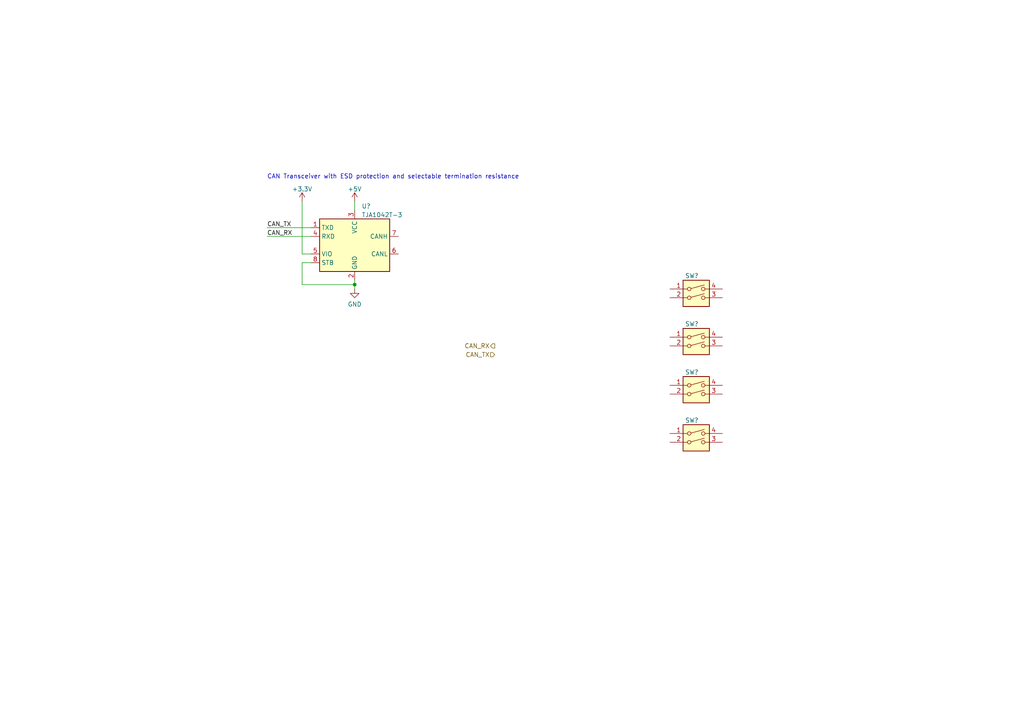
<source format=kicad_sch>
(kicad_sch (version 20211123) (generator eeschema)
  (paper "A4")
  (lib_symbols
    (symbol "Interface_CAN_LIN:TJA1042T-3"
      (property "Reference" "U" (at -10.16 8.89 0))
      (property "Value" "TJA1042T-3" (at 1.27 8.89 0))
      (symbol "TJA1042T-3_0_1"
        (rectangle (start -10.16 7.62) (end 10.16 -7.62) (stroke (width 0.254)) (fill (type background)))
      )
      (symbol "TJA1042T-3_1_1"
        (pin input line (at -12.7 5.08 0) (length 2.54) (name "TXD") (number "1"))
        (pin power_in line (at 0 -10.16 90) (length 2.54) (name "GND") (number "2"))
        (pin power_in line (at 0 10.16 270) (length 2.54) (name "VCC") (number "3"))
        (pin output line (at -12.7 2.54 0) (length 2.54) (name "RXD") (number "4"))
        (pin power_in line (at -12.7 -2.54 0) (length 2.54) (name "VIO") (number "5"))
        (pin bidirectional line (at 12.7 -2.54 180) (length 2.54) (name "CANL") (number "6"))
        (pin bidirectional line (at 12.7 2.54 180) (length 2.54) (name "CANH") (number "7"))
        (pin input line (at -12.7 -5.08 0) (length 2.54) (name "STB") (number "8"))
      )
    )
    (symbol "Switch:SW_DIP_x02" (pin_names (offset 0) hide)
      (property "Reference" "SW" (at 0 6.35 0))
      (property "Value" "SW_DIP_x02" (at 0 -3.81 0))
      (symbol "SW_DIP_x02_0_0"
        (circle (center -2.032 0) (radius 0.508))
        (circle (center -2.032 2.54) (radius 0.508))
        (polyline (pts (xy -1.524 0.127) (xy 2.3622 1.1684)))
        (polyline (pts (xy -1.524 2.667) (xy 2.3622 3.7084)))
        (circle (center 2.032 0) (radius 0.508))
        (circle (center 2.032 2.54) (radius 0.508))
      )
      (symbol "SW_DIP_x02_0_1"
        (rectangle (start -3.81 5.08) (end 3.81 -2.54) (stroke (width 0.254)) (fill (type background)))
      )
      (symbol "SW_DIP_x02_1_1"
        (pin passive line (at -7.62 2.54 0) (length 5.08) (name "~") (number "1"))
        (pin passive line (at -7.62 0 0) (length 5.08) (name "~") (number "2"))
        (pin passive line (at 7.62 0 180) (length 5.08) (name "~") (number "3"))
        (pin passive line (at 7.62 2.54 180) (length 5.08) (name "~") (number "4"))
      )
    )
    (symbol "power:+3.3V" (power) (pin_numbers hide) (pin_names (offset 0) hide)
      (property "Value" "+3.3V" (at 0 3.556 0))
      (symbol "+3.3V_0_1"
        (polyline (pts (xy -0.762 1.27) (xy 0 2.54)))
        (polyline (pts (xy 0 0) (xy 0 2.54)))
        (polyline (pts (xy 0 2.54) (xy 0.762 1.27)))
      )
      (symbol "+3.3V_1_1"
        (pin power_in line (at 0 0 90) (length 0) hide (name "+3.3V") (number "1"))
      )
    )
    (symbol "power:+5V" (power) (pin_numbers hide) (pin_names (offset 0) hide)
      (property "Value" "+5V" (at 0 3.556 0))
      (symbol "+5V_0_1"
        (polyline (pts (xy -0.762 1.27) (xy 0 2.54)))
        (polyline (pts (xy 0 0) (xy 0 2.54)))
        (polyline (pts (xy 0 2.54) (xy 0.762 1.27)))
      )
      (symbol "+5V_1_1"
        (pin power_in line (at 0 0 90) (length 0) hide (name "+5V") (number "1"))
      )
    )
    (symbol "power:GND" (power) (pin_numbers hide) (pin_names (offset 0) hide)
      (property "Value" "GND" (at 0 -3.81 0))
      (symbol "GND_0_1"
        (polyline (pts (xy 0 0) (xy 0 -1.27) (xy 1.27 -1.27) (xy 0 -2.54) (xy -1.27 -1.27) (xy 0 -1.27)))
      )
      (symbol "GND_1_1"
        (pin power_in line (at 0 0 270) (length 0) hide (name "GND") (number "1"))
      )
    )
  )
  (junction (at 102.87 82.55))
  (wire (pts (xy 87.63 58.42) (xy 87.63 73.66)))
  (wire (pts (xy 90.17 73.66) (xy 87.63 73.66)))
  (wire (pts (xy 102.87 83.82) (xy 102.87 82.55)))
  (wire (pts (xy 87.63 76.2) (xy 87.63 82.55)))
  (wire (pts (xy 102.87 82.55) (xy 102.87 81.28)))
  (wire (pts (xy 87.63 82.55) (xy 102.87 82.55)))
  (wire (pts (xy 77.47 68.58) (xy 90.17 68.58)))
  (wire (pts (xy 90.17 76.2) (xy 87.63 76.2)))
  (wire (pts (xy 102.87 58.42) (xy 102.87 60.96)))
  (wire (pts (xy 77.47 66.04) (xy 90.17 66.04)))
  (text "CAN Transceiver with ESD protection and selectable termination resistance" (at 77.47 52.07 0) (effects (font (size 1.27 1.27)) (justify left bottom)))
  (label "CAN_TX" (at 77.47 66.04 0))
  (label "CAN_RX" (at 77.47 68.58 0))
  (hierarchical_label "CAN_TX" (shape input) (at 143.51 102.87 180))
  (hierarchical_label "CAN_RX" (shape output) (at 143.51 100.33 180))
  (symbol (lib_id "power:GND") (at 102.87 83.82 0) (unit 1)
    (property "Reference" "#PWR?" (effects hide))
    (property "Value" "GND" (at 102.87 88.2634 0))
  )
  (symbol (lib_id "Switch:SW_DIP_x02") (at 201.93 128.27 0) (unit 1)
    (property "Reference" "SW?" (at 200.66 121.92 0))
    (property "Value" "SW_DIP_x02" (effects hide))
  )
  (symbol (lib_id "Switch:SW_DIP_x02") (at 201.93 114.3 0) (unit 1)
    (property "Reference" "SW?" (at 200.66 107.95 0))
    (property "Value" "SW_DIP_x02" (effects hide))
  )
  (symbol (lib_id "Switch:SW_DIP_x02") (at 201.93 86.36 0) (unit 1)
    (property "Reference" "SW?" (at 200.66 80.01 0))
    (property "Value" "SW_DIP_x02" (effects hide))
  )
  (symbol (lib_id "power:+5V") (at 102.87 58.42 0) (unit 1)
    (property "Reference" "#PWR?" (effects hide))
    (property "Value" "+5V" (at 102.87 54.8442 0))
  )
  (symbol (lib_id "Interface_CAN_LIN:TJA1042T-3") (at 102.87 71.12 0) (unit 1)
    (property "Reference" "U?" (at 104.8894 59.8002 0) (effects (justify left)))
    (property "Value" "TJA1042T-3" (at 104.8894 62.3371 0) (effects (justify left)))
    (property "Footprint" "Package_SO:SOIC-8_3.9x4.9mm_P1.27mm" (effects hide))
    (property "Datasheet" "http://www.nxp.com/documents/data_sheet/TJA1042.pdf" (effects hide))
  )
  (symbol (lib_id "power:+3.3V") (at 87.63 58.42 0) (unit 1)
    (property "Reference" "#PWR?" (effects hide))
    (property "Value" "+3.3V" (at 87.63 54.8442 0))
  )
  (symbol (lib_id "Switch:SW_DIP_x02") (at 201.93 100.33 0) (unit 1)
    (property "Reference" "SW?" (at 200.66 93.98 0))
    (property "Value" "SW_DIP_x02" (effects hide))
  )
)
</source>
